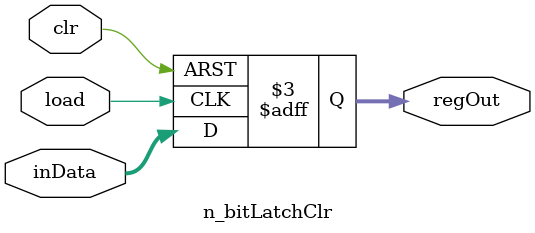
<source format=v>
/************************************************************************
*   FILE:   n_bitLatchClr.v     TFOX    Feb. 20, 2023   Ver. 0.1        *
*   This is a simple n-bit Transparent latch, no clock with clear         *
************************************************************************/

module n_bitLatchClr
#(
    parameter N = 8)
    (input  load,               // out = in if THIS is high
                                // out = LATCHED in if load LOW
     input clr,
     input  [N-1:0] inData,
     output reg [N-1:0] regOut
     );
     
always @(posedge load or negedge clr)
    begin 
        if(!clr)
        regOut <= 'd0;
     else
        regOut <= inData;
    end
        
endmodule


</source>
